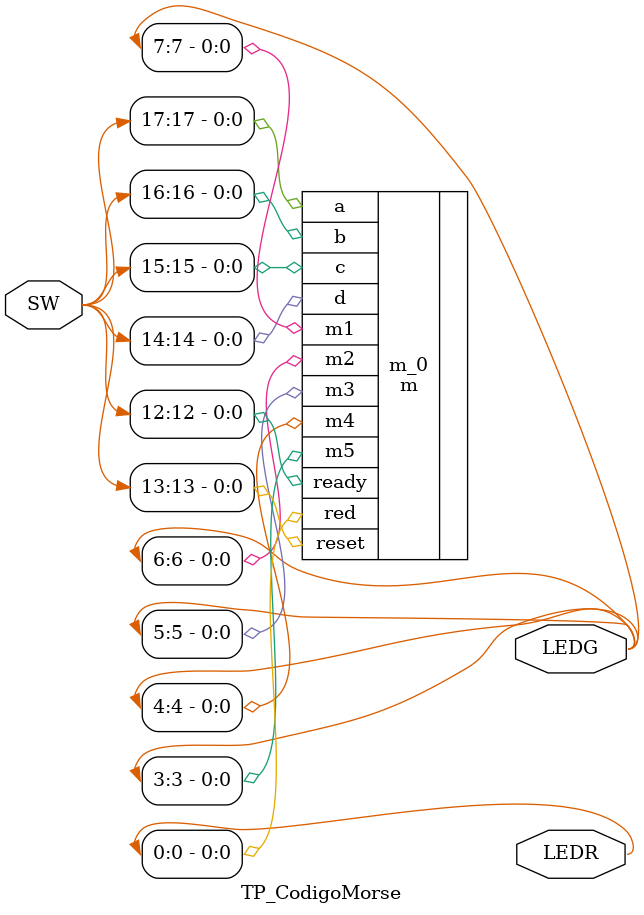
<source format=v>


module TP_CodigoMorse(

	//////////// LED //////////
	LEDG,
	LEDR,

	//////////// SW //////////
	SW 
);

//=======================================================
//  PARAMETER declarations
//=======================================================


//=======================================================
//  PORT declarations
//=======================================================

//////////// LED //////////
output		     [8:0]		LEDG;
output		    [17:0]		LEDR;

//////////// SW //////////
input 		    [17:0]		SW;


//=======================================================
//  REG/WIRE declarations
//=======================================================


//=======================================================
//  Structural coding
//=======================================================

m m_0 (.red(LEDR[0]),.a(SW[17]),.b(SW[16]),.c(SW[15]),.d(SW[14]),.reset(SW[13]),.ready(SW[12]),.m1(LEDG[7]),.m2(LEDG[6]),.m3(LEDG[5]),.m4(LEDG[4]),.m5(LEDG[3]));


endmodule

</source>
